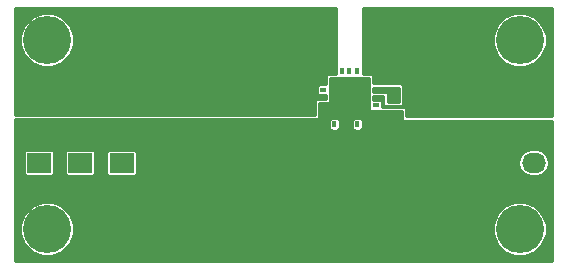
<source format=gtl>
G04 #@! TF.FileFunction,Copper,L1,Top,Signal*
%FSLAX46Y46*%
G04 Gerber Fmt 4.6, Leading zero omitted, Abs format (unit mm)*
G04 Created by KiCad (PCBNEW (2016-03-20 BZR 6634, Git a4ba01f)-product) date 4/5/2016 10:18:16 AM*
%MOMM*%
G01*
G04 APERTURE LIST*
%ADD10C,0.100000*%
%ADD11R,1.250000X1.000000*%
%ADD12R,2.032000X1.727200*%
%ADD13O,2.032000X1.727200*%
%ADD14R,1.600000X1.000000*%
%ADD15R,0.750000X0.800000*%
%ADD16R,0.550000X0.400000*%
%ADD17R,0.400000X0.550000*%
%ADD18R,1.675000X1.675000*%
%ADD19R,2.430000X2.370000*%
%ADD20C,4.064000*%
%ADD21C,0.254000*%
G04 APERTURE END LIST*
D10*
D11*
X144700000Y-88700000D03*
X144700000Y-90700000D03*
X142600000Y-88700000D03*
X142600000Y-90700000D03*
X140500000Y-88700000D03*
X140500000Y-90700000D03*
X138400000Y-88700000D03*
X138400000Y-90700000D03*
X136300000Y-88700000D03*
X136300000Y-90700000D03*
D12*
X164200000Y-88300000D03*
D13*
X164200000Y-90840000D03*
X164200000Y-93380000D03*
D14*
X154300000Y-87400000D03*
X154300000Y-90400000D03*
D15*
X152300000Y-87850000D03*
X152300000Y-89350000D03*
D16*
X146350000Y-86575000D03*
X146350000Y-87225000D03*
X146350000Y-87875000D03*
X146350000Y-88525000D03*
X146350000Y-89175000D03*
D17*
X147300000Y-90125000D03*
X147950000Y-90125000D03*
X148600000Y-90125000D03*
X149250000Y-90125000D03*
X149900000Y-90125000D03*
D16*
X150850000Y-89175000D03*
X150850000Y-88525000D03*
X150850000Y-87875000D03*
X150850000Y-87225000D03*
X150850000Y-86575000D03*
D17*
X149900000Y-85625000D03*
X149250000Y-85625000D03*
X148600000Y-85625000D03*
X147950000Y-85625000D03*
X147300000Y-85625000D03*
D18*
X149437500Y-88712500D03*
X149437500Y-87037500D03*
X147762500Y-88712500D03*
X147762500Y-87037500D03*
D19*
X158200000Y-93520000D03*
X158200000Y-87280000D03*
D12*
X125800000Y-93400000D03*
D13*
X125800000Y-90860000D03*
X125800000Y-88320000D03*
D12*
X129300000Y-93400000D03*
D13*
X129300000Y-90860000D03*
X129300000Y-88320000D03*
D20*
X123000000Y-99000000D03*
X123000000Y-83000000D03*
X163000000Y-99000000D03*
X163000000Y-83000000D03*
D12*
X122300000Y-93400000D03*
D13*
X122300000Y-90860000D03*
X122300000Y-88320000D03*
D21*
G36*
X147473000Y-85873000D02*
X146700000Y-85873000D01*
X146651399Y-85882667D01*
X146610197Y-85910197D01*
X146582667Y-85951399D01*
X146573000Y-86000000D01*
X146573000Y-86762966D01*
X146075000Y-86762966D01*
X145974724Y-86782912D01*
X145889714Y-86839714D01*
X145832912Y-86924724D01*
X145812966Y-87025000D01*
X145812966Y-87425000D01*
X145832912Y-87525276D01*
X145889714Y-87610286D01*
X145974724Y-87667088D01*
X146075000Y-87687034D01*
X146573000Y-87687034D01*
X146573000Y-87973000D01*
X145800000Y-87973000D01*
X145751399Y-87982667D01*
X145710197Y-88010197D01*
X145682667Y-88051399D01*
X145673000Y-88100000D01*
X145673000Y-89373000D01*
X120282000Y-89373000D01*
X120282000Y-83453313D01*
X120710604Y-83453313D01*
X121058349Y-84294920D01*
X121701693Y-84939388D01*
X122542692Y-85288602D01*
X123453313Y-85289396D01*
X124294920Y-84941651D01*
X124939388Y-84298307D01*
X125288602Y-83457308D01*
X125289396Y-82546687D01*
X124941651Y-81705080D01*
X124298307Y-81060612D01*
X123457308Y-80711398D01*
X122546687Y-80710604D01*
X121705080Y-81058349D01*
X121060612Y-81701693D01*
X120711398Y-82542692D01*
X120710604Y-83453313D01*
X120282000Y-83453313D01*
X120282000Y-80282000D01*
X147473000Y-80282000D01*
X147473000Y-85873000D01*
X147473000Y-85873000D01*
G37*
X147473000Y-85873000D02*
X146700000Y-85873000D01*
X146651399Y-85882667D01*
X146610197Y-85910197D01*
X146582667Y-85951399D01*
X146573000Y-86000000D01*
X146573000Y-86762966D01*
X146075000Y-86762966D01*
X145974724Y-86782912D01*
X145889714Y-86839714D01*
X145832912Y-86924724D01*
X145812966Y-87025000D01*
X145812966Y-87425000D01*
X145832912Y-87525276D01*
X145889714Y-87610286D01*
X145974724Y-87667088D01*
X146075000Y-87687034D01*
X146573000Y-87687034D01*
X146573000Y-87973000D01*
X145800000Y-87973000D01*
X145751399Y-87982667D01*
X145710197Y-88010197D01*
X145682667Y-88051399D01*
X145673000Y-88100000D01*
X145673000Y-89373000D01*
X120282000Y-89373000D01*
X120282000Y-83453313D01*
X120710604Y-83453313D01*
X121058349Y-84294920D01*
X121701693Y-84939388D01*
X122542692Y-85288602D01*
X123453313Y-85289396D01*
X124294920Y-84941651D01*
X124939388Y-84298307D01*
X125288602Y-83457308D01*
X125289396Y-82546687D01*
X124941651Y-81705080D01*
X124298307Y-81060612D01*
X123457308Y-80711398D01*
X122546687Y-80710604D01*
X121705080Y-81058349D01*
X121060612Y-81701693D01*
X120711398Y-82542692D01*
X120710604Y-83453313D01*
X120282000Y-83453313D01*
X120282000Y-80282000D01*
X147473000Y-80282000D01*
X147473000Y-85873000D01*
G36*
X150273000Y-88900000D02*
X150282667Y-88948601D01*
X150310197Y-88989803D01*
X150351399Y-89017333D01*
X150400000Y-89027000D01*
X153073000Y-89027000D01*
X153073000Y-89700000D01*
X153082667Y-89748601D01*
X153110197Y-89789803D01*
X153151399Y-89817333D01*
X153200000Y-89827000D01*
X165718000Y-89827000D01*
X165718000Y-101718000D01*
X120282000Y-101718000D01*
X120282000Y-99453313D01*
X120710604Y-99453313D01*
X121058349Y-100294920D01*
X121701693Y-100939388D01*
X122542692Y-101288602D01*
X123453313Y-101289396D01*
X124294920Y-100941651D01*
X124939388Y-100298307D01*
X125288602Y-99457308D01*
X125288605Y-99453313D01*
X160710604Y-99453313D01*
X161058349Y-100294920D01*
X161701693Y-100939388D01*
X162542692Y-101288602D01*
X163453313Y-101289396D01*
X164294920Y-100941651D01*
X164939388Y-100298307D01*
X165288602Y-99457308D01*
X165289396Y-98546687D01*
X164941651Y-97705080D01*
X164298307Y-97060612D01*
X163457308Y-96711398D01*
X162546687Y-96710604D01*
X161705080Y-97058349D01*
X161060612Y-97701693D01*
X160711398Y-98542692D01*
X160710604Y-99453313D01*
X125288605Y-99453313D01*
X125289396Y-98546687D01*
X124941651Y-97705080D01*
X124298307Y-97060612D01*
X123457308Y-96711398D01*
X122546687Y-96710604D01*
X121705080Y-97058349D01*
X121060612Y-97701693D01*
X120711398Y-98542692D01*
X120710604Y-99453313D01*
X120282000Y-99453313D01*
X120282000Y-92536400D01*
X121021966Y-92536400D01*
X121021966Y-94263600D01*
X121041912Y-94363876D01*
X121098714Y-94448886D01*
X121183724Y-94505688D01*
X121284000Y-94525634D01*
X123316000Y-94525634D01*
X123416276Y-94505688D01*
X123501286Y-94448886D01*
X123558088Y-94363876D01*
X123578034Y-94263600D01*
X123578034Y-92536400D01*
X124521966Y-92536400D01*
X124521966Y-94263600D01*
X124541912Y-94363876D01*
X124598714Y-94448886D01*
X124683724Y-94505688D01*
X124784000Y-94525634D01*
X126816000Y-94525634D01*
X126916276Y-94505688D01*
X127001286Y-94448886D01*
X127058088Y-94363876D01*
X127078034Y-94263600D01*
X127078034Y-92536400D01*
X128021966Y-92536400D01*
X128021966Y-94263600D01*
X128041912Y-94363876D01*
X128098714Y-94448886D01*
X128183724Y-94505688D01*
X128284000Y-94525634D01*
X130316000Y-94525634D01*
X130416276Y-94505688D01*
X130501286Y-94448886D01*
X130558088Y-94363876D01*
X130578034Y-94263600D01*
X130578034Y-93380000D01*
X162902060Y-93380000D01*
X162987361Y-93808835D01*
X163230276Y-94172384D01*
X163593825Y-94415299D01*
X164022660Y-94500600D01*
X164377340Y-94500600D01*
X164806175Y-94415299D01*
X165169724Y-94172384D01*
X165412639Y-93808835D01*
X165497940Y-93380000D01*
X165412639Y-92951165D01*
X165169724Y-92587616D01*
X164806175Y-92344701D01*
X164377340Y-92259400D01*
X164022660Y-92259400D01*
X163593825Y-92344701D01*
X163230276Y-92587616D01*
X162987361Y-92951165D01*
X162902060Y-93380000D01*
X130578034Y-93380000D01*
X130578034Y-92536400D01*
X130558088Y-92436124D01*
X130501286Y-92351114D01*
X130416276Y-92294312D01*
X130316000Y-92274366D01*
X128284000Y-92274366D01*
X128183724Y-92294312D01*
X128098714Y-92351114D01*
X128041912Y-92436124D01*
X128021966Y-92536400D01*
X127078034Y-92536400D01*
X127058088Y-92436124D01*
X127001286Y-92351114D01*
X126916276Y-92294312D01*
X126816000Y-92274366D01*
X124784000Y-92274366D01*
X124683724Y-92294312D01*
X124598714Y-92351114D01*
X124541912Y-92436124D01*
X124521966Y-92536400D01*
X123578034Y-92536400D01*
X123558088Y-92436124D01*
X123501286Y-92351114D01*
X123416276Y-92294312D01*
X123316000Y-92274366D01*
X121284000Y-92274366D01*
X121183724Y-92294312D01*
X121098714Y-92351114D01*
X121041912Y-92436124D01*
X121021966Y-92536400D01*
X120282000Y-92536400D01*
X120282000Y-89850000D01*
X146837966Y-89850000D01*
X146837966Y-90400000D01*
X146857912Y-90500276D01*
X146914714Y-90585286D01*
X146999724Y-90642088D01*
X147100000Y-90662034D01*
X147500000Y-90662034D01*
X147600276Y-90642088D01*
X147685286Y-90585286D01*
X147742088Y-90500276D01*
X147762034Y-90400000D01*
X147762034Y-89850000D01*
X148787966Y-89850000D01*
X148787966Y-90400000D01*
X148807912Y-90500276D01*
X148864714Y-90585286D01*
X148949724Y-90642088D01*
X149050000Y-90662034D01*
X149450000Y-90662034D01*
X149550276Y-90642088D01*
X149635286Y-90585286D01*
X149692088Y-90500276D01*
X149712034Y-90400000D01*
X149712034Y-89850000D01*
X149692088Y-89749724D01*
X149635286Y-89664714D01*
X149550276Y-89607912D01*
X149450000Y-89587966D01*
X149050000Y-89587966D01*
X148949724Y-89607912D01*
X148864714Y-89664714D01*
X148807912Y-89749724D01*
X148787966Y-89850000D01*
X147762034Y-89850000D01*
X147742088Y-89749724D01*
X147685286Y-89664714D01*
X147600276Y-89607912D01*
X147500000Y-89587966D01*
X147100000Y-89587966D01*
X146999724Y-89607912D01*
X146914714Y-89664714D01*
X146857912Y-89749724D01*
X146837966Y-89850000D01*
X120282000Y-89850000D01*
X120282000Y-89727000D01*
X145900000Y-89727000D01*
X145948601Y-89717333D01*
X145989803Y-89689803D01*
X146017333Y-89648601D01*
X146027000Y-89600000D01*
X146027000Y-88327486D01*
X146075000Y-88337034D01*
X146625000Y-88337034D01*
X146675445Y-88327000D01*
X146800000Y-88327000D01*
X146848601Y-88317333D01*
X146889803Y-88289803D01*
X146917333Y-88248601D01*
X146927000Y-88200000D01*
X146927000Y-86227000D01*
X150273000Y-86227000D01*
X150273000Y-88900000D01*
X150273000Y-88900000D01*
G37*
X150273000Y-88900000D02*
X150282667Y-88948601D01*
X150310197Y-88989803D01*
X150351399Y-89017333D01*
X150400000Y-89027000D01*
X153073000Y-89027000D01*
X153073000Y-89700000D01*
X153082667Y-89748601D01*
X153110197Y-89789803D01*
X153151399Y-89817333D01*
X153200000Y-89827000D01*
X165718000Y-89827000D01*
X165718000Y-101718000D01*
X120282000Y-101718000D01*
X120282000Y-99453313D01*
X120710604Y-99453313D01*
X121058349Y-100294920D01*
X121701693Y-100939388D01*
X122542692Y-101288602D01*
X123453313Y-101289396D01*
X124294920Y-100941651D01*
X124939388Y-100298307D01*
X125288602Y-99457308D01*
X125288605Y-99453313D01*
X160710604Y-99453313D01*
X161058349Y-100294920D01*
X161701693Y-100939388D01*
X162542692Y-101288602D01*
X163453313Y-101289396D01*
X164294920Y-100941651D01*
X164939388Y-100298307D01*
X165288602Y-99457308D01*
X165289396Y-98546687D01*
X164941651Y-97705080D01*
X164298307Y-97060612D01*
X163457308Y-96711398D01*
X162546687Y-96710604D01*
X161705080Y-97058349D01*
X161060612Y-97701693D01*
X160711398Y-98542692D01*
X160710604Y-99453313D01*
X125288605Y-99453313D01*
X125289396Y-98546687D01*
X124941651Y-97705080D01*
X124298307Y-97060612D01*
X123457308Y-96711398D01*
X122546687Y-96710604D01*
X121705080Y-97058349D01*
X121060612Y-97701693D01*
X120711398Y-98542692D01*
X120710604Y-99453313D01*
X120282000Y-99453313D01*
X120282000Y-92536400D01*
X121021966Y-92536400D01*
X121021966Y-94263600D01*
X121041912Y-94363876D01*
X121098714Y-94448886D01*
X121183724Y-94505688D01*
X121284000Y-94525634D01*
X123316000Y-94525634D01*
X123416276Y-94505688D01*
X123501286Y-94448886D01*
X123558088Y-94363876D01*
X123578034Y-94263600D01*
X123578034Y-92536400D01*
X124521966Y-92536400D01*
X124521966Y-94263600D01*
X124541912Y-94363876D01*
X124598714Y-94448886D01*
X124683724Y-94505688D01*
X124784000Y-94525634D01*
X126816000Y-94525634D01*
X126916276Y-94505688D01*
X127001286Y-94448886D01*
X127058088Y-94363876D01*
X127078034Y-94263600D01*
X127078034Y-92536400D01*
X128021966Y-92536400D01*
X128021966Y-94263600D01*
X128041912Y-94363876D01*
X128098714Y-94448886D01*
X128183724Y-94505688D01*
X128284000Y-94525634D01*
X130316000Y-94525634D01*
X130416276Y-94505688D01*
X130501286Y-94448886D01*
X130558088Y-94363876D01*
X130578034Y-94263600D01*
X130578034Y-93380000D01*
X162902060Y-93380000D01*
X162987361Y-93808835D01*
X163230276Y-94172384D01*
X163593825Y-94415299D01*
X164022660Y-94500600D01*
X164377340Y-94500600D01*
X164806175Y-94415299D01*
X165169724Y-94172384D01*
X165412639Y-93808835D01*
X165497940Y-93380000D01*
X165412639Y-92951165D01*
X165169724Y-92587616D01*
X164806175Y-92344701D01*
X164377340Y-92259400D01*
X164022660Y-92259400D01*
X163593825Y-92344701D01*
X163230276Y-92587616D01*
X162987361Y-92951165D01*
X162902060Y-93380000D01*
X130578034Y-93380000D01*
X130578034Y-92536400D01*
X130558088Y-92436124D01*
X130501286Y-92351114D01*
X130416276Y-92294312D01*
X130316000Y-92274366D01*
X128284000Y-92274366D01*
X128183724Y-92294312D01*
X128098714Y-92351114D01*
X128041912Y-92436124D01*
X128021966Y-92536400D01*
X127078034Y-92536400D01*
X127058088Y-92436124D01*
X127001286Y-92351114D01*
X126916276Y-92294312D01*
X126816000Y-92274366D01*
X124784000Y-92274366D01*
X124683724Y-92294312D01*
X124598714Y-92351114D01*
X124541912Y-92436124D01*
X124521966Y-92536400D01*
X123578034Y-92536400D01*
X123558088Y-92436124D01*
X123501286Y-92351114D01*
X123416276Y-92294312D01*
X123316000Y-92274366D01*
X121284000Y-92274366D01*
X121183724Y-92294312D01*
X121098714Y-92351114D01*
X121041912Y-92436124D01*
X121021966Y-92536400D01*
X120282000Y-92536400D01*
X120282000Y-89850000D01*
X146837966Y-89850000D01*
X146837966Y-90400000D01*
X146857912Y-90500276D01*
X146914714Y-90585286D01*
X146999724Y-90642088D01*
X147100000Y-90662034D01*
X147500000Y-90662034D01*
X147600276Y-90642088D01*
X147685286Y-90585286D01*
X147742088Y-90500276D01*
X147762034Y-90400000D01*
X147762034Y-89850000D01*
X148787966Y-89850000D01*
X148787966Y-90400000D01*
X148807912Y-90500276D01*
X148864714Y-90585286D01*
X148949724Y-90642088D01*
X149050000Y-90662034D01*
X149450000Y-90662034D01*
X149550276Y-90642088D01*
X149635286Y-90585286D01*
X149692088Y-90500276D01*
X149712034Y-90400000D01*
X149712034Y-89850000D01*
X149692088Y-89749724D01*
X149635286Y-89664714D01*
X149550276Y-89607912D01*
X149450000Y-89587966D01*
X149050000Y-89587966D01*
X148949724Y-89607912D01*
X148864714Y-89664714D01*
X148807912Y-89749724D01*
X148787966Y-89850000D01*
X147762034Y-89850000D01*
X147742088Y-89749724D01*
X147685286Y-89664714D01*
X147600276Y-89607912D01*
X147500000Y-89587966D01*
X147100000Y-89587966D01*
X146999724Y-89607912D01*
X146914714Y-89664714D01*
X146857912Y-89749724D01*
X146837966Y-89850000D01*
X120282000Y-89850000D01*
X120282000Y-89727000D01*
X145900000Y-89727000D01*
X145948601Y-89717333D01*
X145989803Y-89689803D01*
X146017333Y-89648601D01*
X146027000Y-89600000D01*
X146027000Y-88327486D01*
X146075000Y-88337034D01*
X146625000Y-88337034D01*
X146675445Y-88327000D01*
X146800000Y-88327000D01*
X146848601Y-88317333D01*
X146889803Y-88289803D01*
X146917333Y-88248601D01*
X146927000Y-88200000D01*
X146927000Y-86227000D01*
X150273000Y-86227000D01*
X150273000Y-88900000D01*
G36*
X165718000Y-89473000D02*
X153427000Y-89473000D01*
X153427000Y-88800000D01*
X153417333Y-88751399D01*
X153389803Y-88710197D01*
X153348601Y-88682667D01*
X153300000Y-88673000D01*
X151387034Y-88673000D01*
X151387034Y-88325000D01*
X151367088Y-88224724D01*
X151310286Y-88139714D01*
X151308912Y-88138796D01*
X151289803Y-88110197D01*
X151248601Y-88082667D01*
X151200000Y-88073000D01*
X151175445Y-88073000D01*
X151125000Y-88062966D01*
X150627000Y-88062966D01*
X150627000Y-87727000D01*
X151473000Y-87727000D01*
X151473000Y-88500000D01*
X151482667Y-88548601D01*
X151510197Y-88589803D01*
X151551399Y-88617333D01*
X151600000Y-88627000D01*
X153000000Y-88627000D01*
X153048601Y-88617333D01*
X153089803Y-88589803D01*
X153117333Y-88548601D01*
X153127000Y-88500000D01*
X153127000Y-86800000D01*
X153117333Y-86751399D01*
X153089803Y-86710197D01*
X153048601Y-86682667D01*
X153000000Y-86673000D01*
X150627000Y-86673000D01*
X150627000Y-86000000D01*
X150617333Y-85951399D01*
X150589803Y-85910197D01*
X150548601Y-85882667D01*
X150500000Y-85873000D01*
X149727000Y-85873000D01*
X149727000Y-83453313D01*
X160710604Y-83453313D01*
X161058349Y-84294920D01*
X161701693Y-84939388D01*
X162542692Y-85288602D01*
X163453313Y-85289396D01*
X164294920Y-84941651D01*
X164939388Y-84298307D01*
X165288602Y-83457308D01*
X165289396Y-82546687D01*
X164941651Y-81705080D01*
X164298307Y-81060612D01*
X163457308Y-80711398D01*
X162546687Y-80710604D01*
X161705080Y-81058349D01*
X161060612Y-81701693D01*
X160711398Y-82542692D01*
X160710604Y-83453313D01*
X149727000Y-83453313D01*
X149727000Y-80282000D01*
X165718000Y-80282000D01*
X165718000Y-89473000D01*
X165718000Y-89473000D01*
G37*
X165718000Y-89473000D02*
X153427000Y-89473000D01*
X153427000Y-88800000D01*
X153417333Y-88751399D01*
X153389803Y-88710197D01*
X153348601Y-88682667D01*
X153300000Y-88673000D01*
X151387034Y-88673000D01*
X151387034Y-88325000D01*
X151367088Y-88224724D01*
X151310286Y-88139714D01*
X151308912Y-88138796D01*
X151289803Y-88110197D01*
X151248601Y-88082667D01*
X151200000Y-88073000D01*
X151175445Y-88073000D01*
X151125000Y-88062966D01*
X150627000Y-88062966D01*
X150627000Y-87727000D01*
X151473000Y-87727000D01*
X151473000Y-88500000D01*
X151482667Y-88548601D01*
X151510197Y-88589803D01*
X151551399Y-88617333D01*
X151600000Y-88627000D01*
X153000000Y-88627000D01*
X153048601Y-88617333D01*
X153089803Y-88589803D01*
X153117333Y-88548601D01*
X153127000Y-88500000D01*
X153127000Y-86800000D01*
X153117333Y-86751399D01*
X153089803Y-86710197D01*
X153048601Y-86682667D01*
X153000000Y-86673000D01*
X150627000Y-86673000D01*
X150627000Y-86000000D01*
X150617333Y-85951399D01*
X150589803Y-85910197D01*
X150548601Y-85882667D01*
X150500000Y-85873000D01*
X149727000Y-85873000D01*
X149727000Y-83453313D01*
X160710604Y-83453313D01*
X161058349Y-84294920D01*
X161701693Y-84939388D01*
X162542692Y-85288602D01*
X163453313Y-85289396D01*
X164294920Y-84941651D01*
X164939388Y-84298307D01*
X165288602Y-83457308D01*
X165289396Y-82546687D01*
X164941651Y-81705080D01*
X164298307Y-81060612D01*
X163457308Y-80711398D01*
X162546687Y-80710604D01*
X161705080Y-81058349D01*
X161060612Y-81701693D01*
X160711398Y-82542692D01*
X160710604Y-83453313D01*
X149727000Y-83453313D01*
X149727000Y-80282000D01*
X165718000Y-80282000D01*
X165718000Y-89473000D01*
G36*
X152773000Y-88273000D02*
X151827000Y-88273000D01*
X151827000Y-87500000D01*
X151817333Y-87451399D01*
X151789803Y-87410197D01*
X151748601Y-87382667D01*
X151700000Y-87373000D01*
X150627000Y-87373000D01*
X150627000Y-87037034D01*
X151125000Y-87037034D01*
X151175445Y-87027000D01*
X152773000Y-87027000D01*
X152773000Y-88273000D01*
X152773000Y-88273000D01*
G37*
X152773000Y-88273000D02*
X151827000Y-88273000D01*
X151827000Y-87500000D01*
X151817333Y-87451399D01*
X151789803Y-87410197D01*
X151748601Y-87382667D01*
X151700000Y-87373000D01*
X150627000Y-87373000D01*
X150627000Y-87037034D01*
X151125000Y-87037034D01*
X151175445Y-87027000D01*
X152773000Y-87027000D01*
X152773000Y-88273000D01*
M02*

</source>
